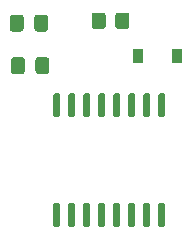
<source format=gbr>
%TF.GenerationSoftware,KiCad,Pcbnew,(5.1.8)-1*%
%TF.CreationDate,2022-11-15T12:17:50-08:00*%
%TF.ProjectId,RetroClock,52657472-6f43-46c6-9f63-6b2e6b696361,rev?*%
%TF.SameCoordinates,Original*%
%TF.FileFunction,Paste,Bot*%
%TF.FilePolarity,Positive*%
%FSLAX46Y46*%
G04 Gerber Fmt 4.6, Leading zero omitted, Abs format (unit mm)*
G04 Created by KiCad (PCBNEW (5.1.8)-1) date 2022-11-15 12:17:50*
%MOMM*%
%LPD*%
G01*
G04 APERTURE LIST*
%ADD10R,0.900000X1.200000*%
G04 APERTURE END LIST*
D10*
%TO.C,D1*%
X184550000Y-132900000D03*
X187850000Y-132900000D03*
%TD*%
%TO.C,C4*%
G36*
G01*
X174950000Y-133225000D02*
X174950000Y-134175000D01*
G75*
G02*
X174700000Y-134425000I-250000J0D01*
G01*
X174025000Y-134425000D01*
G75*
G02*
X173775000Y-134175000I0J250000D01*
G01*
X173775000Y-133225000D01*
G75*
G02*
X174025000Y-132975000I250000J0D01*
G01*
X174700000Y-132975000D01*
G75*
G02*
X174950000Y-133225000I0J-250000D01*
G01*
G37*
G36*
G01*
X177025000Y-133225000D02*
X177025000Y-134175000D01*
G75*
G02*
X176775000Y-134425000I-250000J0D01*
G01*
X176100000Y-134425000D01*
G75*
G02*
X175850000Y-134175000I0J250000D01*
G01*
X175850000Y-133225000D01*
G75*
G02*
X176100000Y-132975000I250000J0D01*
G01*
X176775000Y-132975000D01*
G75*
G02*
X177025000Y-133225000I0J-250000D01*
G01*
G37*
%TD*%
%TO.C,C8*%
G36*
G01*
X174850000Y-129625000D02*
X174850000Y-130575000D01*
G75*
G02*
X174600000Y-130825000I-250000J0D01*
G01*
X173925000Y-130825000D01*
G75*
G02*
X173675000Y-130575000I0J250000D01*
G01*
X173675000Y-129625000D01*
G75*
G02*
X173925000Y-129375000I250000J0D01*
G01*
X174600000Y-129375000D01*
G75*
G02*
X174850000Y-129625000I0J-250000D01*
G01*
G37*
G36*
G01*
X176925000Y-129625000D02*
X176925000Y-130575000D01*
G75*
G02*
X176675000Y-130825000I-250000J0D01*
G01*
X176000000Y-130825000D01*
G75*
G02*
X175750000Y-130575000I0J250000D01*
G01*
X175750000Y-129625000D01*
G75*
G02*
X176000000Y-129375000I250000J0D01*
G01*
X176675000Y-129375000D01*
G75*
G02*
X176925000Y-129625000I0J-250000D01*
G01*
G37*
%TD*%
%TO.C,R12*%
G36*
G01*
X181800000Y-129449999D02*
X181800000Y-130350001D01*
G75*
G02*
X181550001Y-130600000I-249999J0D01*
G01*
X180849999Y-130600000D01*
G75*
G02*
X180600000Y-130350001I0J249999D01*
G01*
X180600000Y-129449999D01*
G75*
G02*
X180849999Y-129200000I249999J0D01*
G01*
X181550001Y-129200000D01*
G75*
G02*
X181800000Y-129449999I0J-249999D01*
G01*
G37*
G36*
G01*
X183800000Y-129449999D02*
X183800000Y-130350001D01*
G75*
G02*
X183550001Y-130600000I-249999J0D01*
G01*
X182849999Y-130600000D01*
G75*
G02*
X182600000Y-130350001I0J249999D01*
G01*
X182600000Y-129449999D01*
G75*
G02*
X182849999Y-129200000I249999J0D01*
G01*
X183550001Y-129200000D01*
G75*
G02*
X183800000Y-129449999I0J-249999D01*
G01*
G37*
%TD*%
%TO.C,U3*%
G36*
G01*
X177505000Y-145325000D02*
X177805000Y-145325000D01*
G75*
G02*
X177955000Y-145475000I0J-150000D01*
G01*
X177955000Y-147225000D01*
G75*
G02*
X177805000Y-147375000I-150000J0D01*
G01*
X177505000Y-147375000D01*
G75*
G02*
X177355000Y-147225000I0J150000D01*
G01*
X177355000Y-145475000D01*
G75*
G02*
X177505000Y-145325000I150000J0D01*
G01*
G37*
G36*
G01*
X178775000Y-145325000D02*
X179075000Y-145325000D01*
G75*
G02*
X179225000Y-145475000I0J-150000D01*
G01*
X179225000Y-147225000D01*
G75*
G02*
X179075000Y-147375000I-150000J0D01*
G01*
X178775000Y-147375000D01*
G75*
G02*
X178625000Y-147225000I0J150000D01*
G01*
X178625000Y-145475000D01*
G75*
G02*
X178775000Y-145325000I150000J0D01*
G01*
G37*
G36*
G01*
X180045000Y-145325000D02*
X180345000Y-145325000D01*
G75*
G02*
X180495000Y-145475000I0J-150000D01*
G01*
X180495000Y-147225000D01*
G75*
G02*
X180345000Y-147375000I-150000J0D01*
G01*
X180045000Y-147375000D01*
G75*
G02*
X179895000Y-147225000I0J150000D01*
G01*
X179895000Y-145475000D01*
G75*
G02*
X180045000Y-145325000I150000J0D01*
G01*
G37*
G36*
G01*
X181315000Y-145325000D02*
X181615000Y-145325000D01*
G75*
G02*
X181765000Y-145475000I0J-150000D01*
G01*
X181765000Y-147225000D01*
G75*
G02*
X181615000Y-147375000I-150000J0D01*
G01*
X181315000Y-147375000D01*
G75*
G02*
X181165000Y-147225000I0J150000D01*
G01*
X181165000Y-145475000D01*
G75*
G02*
X181315000Y-145325000I150000J0D01*
G01*
G37*
G36*
G01*
X182585000Y-145325000D02*
X182885000Y-145325000D01*
G75*
G02*
X183035000Y-145475000I0J-150000D01*
G01*
X183035000Y-147225000D01*
G75*
G02*
X182885000Y-147375000I-150000J0D01*
G01*
X182585000Y-147375000D01*
G75*
G02*
X182435000Y-147225000I0J150000D01*
G01*
X182435000Y-145475000D01*
G75*
G02*
X182585000Y-145325000I150000J0D01*
G01*
G37*
G36*
G01*
X183855000Y-145325000D02*
X184155000Y-145325000D01*
G75*
G02*
X184305000Y-145475000I0J-150000D01*
G01*
X184305000Y-147225000D01*
G75*
G02*
X184155000Y-147375000I-150000J0D01*
G01*
X183855000Y-147375000D01*
G75*
G02*
X183705000Y-147225000I0J150000D01*
G01*
X183705000Y-145475000D01*
G75*
G02*
X183855000Y-145325000I150000J0D01*
G01*
G37*
G36*
G01*
X185125000Y-145325000D02*
X185425000Y-145325000D01*
G75*
G02*
X185575000Y-145475000I0J-150000D01*
G01*
X185575000Y-147225000D01*
G75*
G02*
X185425000Y-147375000I-150000J0D01*
G01*
X185125000Y-147375000D01*
G75*
G02*
X184975000Y-147225000I0J150000D01*
G01*
X184975000Y-145475000D01*
G75*
G02*
X185125000Y-145325000I150000J0D01*
G01*
G37*
G36*
G01*
X186395000Y-145325000D02*
X186695000Y-145325000D01*
G75*
G02*
X186845000Y-145475000I0J-150000D01*
G01*
X186845000Y-147225000D01*
G75*
G02*
X186695000Y-147375000I-150000J0D01*
G01*
X186395000Y-147375000D01*
G75*
G02*
X186245000Y-147225000I0J150000D01*
G01*
X186245000Y-145475000D01*
G75*
G02*
X186395000Y-145325000I150000J0D01*
G01*
G37*
G36*
G01*
X186395000Y-136025000D02*
X186695000Y-136025000D01*
G75*
G02*
X186845000Y-136175000I0J-150000D01*
G01*
X186845000Y-137925000D01*
G75*
G02*
X186695000Y-138075000I-150000J0D01*
G01*
X186395000Y-138075000D01*
G75*
G02*
X186245000Y-137925000I0J150000D01*
G01*
X186245000Y-136175000D01*
G75*
G02*
X186395000Y-136025000I150000J0D01*
G01*
G37*
G36*
G01*
X185125000Y-136025000D02*
X185425000Y-136025000D01*
G75*
G02*
X185575000Y-136175000I0J-150000D01*
G01*
X185575000Y-137925000D01*
G75*
G02*
X185425000Y-138075000I-150000J0D01*
G01*
X185125000Y-138075000D01*
G75*
G02*
X184975000Y-137925000I0J150000D01*
G01*
X184975000Y-136175000D01*
G75*
G02*
X185125000Y-136025000I150000J0D01*
G01*
G37*
G36*
G01*
X183855000Y-136025000D02*
X184155000Y-136025000D01*
G75*
G02*
X184305000Y-136175000I0J-150000D01*
G01*
X184305000Y-137925000D01*
G75*
G02*
X184155000Y-138075000I-150000J0D01*
G01*
X183855000Y-138075000D01*
G75*
G02*
X183705000Y-137925000I0J150000D01*
G01*
X183705000Y-136175000D01*
G75*
G02*
X183855000Y-136025000I150000J0D01*
G01*
G37*
G36*
G01*
X182585000Y-136025000D02*
X182885000Y-136025000D01*
G75*
G02*
X183035000Y-136175000I0J-150000D01*
G01*
X183035000Y-137925000D01*
G75*
G02*
X182885000Y-138075000I-150000J0D01*
G01*
X182585000Y-138075000D01*
G75*
G02*
X182435000Y-137925000I0J150000D01*
G01*
X182435000Y-136175000D01*
G75*
G02*
X182585000Y-136025000I150000J0D01*
G01*
G37*
G36*
G01*
X181315000Y-136025000D02*
X181615000Y-136025000D01*
G75*
G02*
X181765000Y-136175000I0J-150000D01*
G01*
X181765000Y-137925000D01*
G75*
G02*
X181615000Y-138075000I-150000J0D01*
G01*
X181315000Y-138075000D01*
G75*
G02*
X181165000Y-137925000I0J150000D01*
G01*
X181165000Y-136175000D01*
G75*
G02*
X181315000Y-136025000I150000J0D01*
G01*
G37*
G36*
G01*
X180045000Y-136025000D02*
X180345000Y-136025000D01*
G75*
G02*
X180495000Y-136175000I0J-150000D01*
G01*
X180495000Y-137925000D01*
G75*
G02*
X180345000Y-138075000I-150000J0D01*
G01*
X180045000Y-138075000D01*
G75*
G02*
X179895000Y-137925000I0J150000D01*
G01*
X179895000Y-136175000D01*
G75*
G02*
X180045000Y-136025000I150000J0D01*
G01*
G37*
G36*
G01*
X178775000Y-136025000D02*
X179075000Y-136025000D01*
G75*
G02*
X179225000Y-136175000I0J-150000D01*
G01*
X179225000Y-137925000D01*
G75*
G02*
X179075000Y-138075000I-150000J0D01*
G01*
X178775000Y-138075000D01*
G75*
G02*
X178625000Y-137925000I0J150000D01*
G01*
X178625000Y-136175000D01*
G75*
G02*
X178775000Y-136025000I150000J0D01*
G01*
G37*
G36*
G01*
X177505000Y-136025000D02*
X177805000Y-136025000D01*
G75*
G02*
X177955000Y-136175000I0J-150000D01*
G01*
X177955000Y-137925000D01*
G75*
G02*
X177805000Y-138075000I-150000J0D01*
G01*
X177505000Y-138075000D01*
G75*
G02*
X177355000Y-137925000I0J150000D01*
G01*
X177355000Y-136175000D01*
G75*
G02*
X177505000Y-136025000I150000J0D01*
G01*
G37*
%TD*%
M02*

</source>
